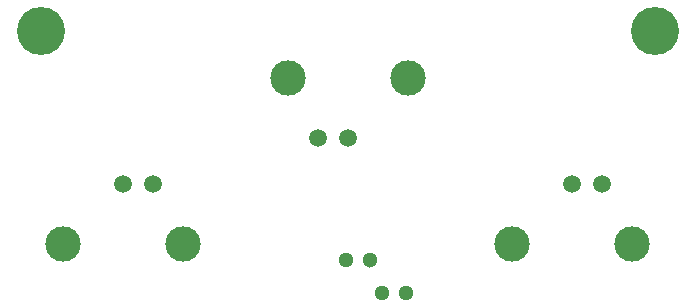
<source format=gbs>
G04 (created by PCBNEW (2013-mar-13)-testing) date Sun 08 Sep 2013 12:49:30 PM PDT*
%MOIN*%
G04 Gerber Fmt 3.4, Leading zero omitted, Abs format*
%FSLAX34Y34*%
G01*
G70*
G90*
G04 APERTURE LIST*
%ADD10C,0.005906*%
%ADD11C,0.118100*%
%ADD12C,0.059100*%
%ADD13C,0.051200*%
%ADD14C,0.051181*%
%ADD15C,0.160000*%
G04 APERTURE END LIST*
G54D10*
G54D11*
X45700Y-48043D03*
X41700Y-48043D03*
G54D12*
X43700Y-46043D03*
X44700Y-46043D03*
G54D11*
X49181Y-42507D03*
X53181Y-42507D03*
G54D12*
X51181Y-44507D03*
X50181Y-44507D03*
G54D11*
X60661Y-48043D03*
X56661Y-48043D03*
G54D12*
X58661Y-46043D03*
X59661Y-46043D03*
G54D13*
X51141Y-48582D03*
X53110Y-49684D03*
G54D14*
X51929Y-48582D03*
G54D13*
X52322Y-49685D03*
G54D15*
X40944Y-40944D03*
X61417Y-40944D03*
M02*

</source>
